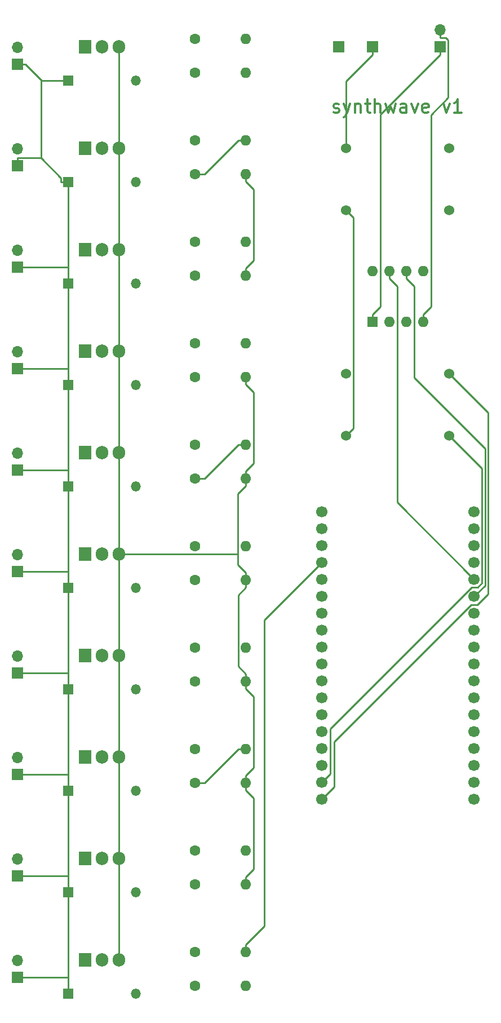
<source format=gbr>
%TF.GenerationSoftware,KiCad,Pcbnew,7.0.8*%
%TF.CreationDate,2023-11-12T19:05:12-08:00*%
%TF.ProjectId,Synthwave v2,53796e74-6877-4617-9665-2076322e6b69,rev?*%
%TF.SameCoordinates,Original*%
%TF.FileFunction,Copper,L1,Top*%
%TF.FilePolarity,Positive*%
%FSLAX46Y46*%
G04 Gerber Fmt 4.6, Leading zero omitted, Abs format (unit mm)*
G04 Created by KiCad (PCBNEW 7.0.8) date 2023-11-12 19:05:12*
%MOMM*%
%LPD*%
G01*
G04 APERTURE LIST*
%ADD10C,0.300000*%
%TA.AperFunction,NonConductor*%
%ADD11C,0.300000*%
%TD*%
%TA.AperFunction,ComponentPad*%
%ADD12R,1.500000X1.500000*%
%TD*%
%TA.AperFunction,ComponentPad*%
%ADD13O,1.500000X1.500000*%
%TD*%
%TA.AperFunction,ComponentPad*%
%ADD14R,1.700000X1.700000*%
%TD*%
%TA.AperFunction,ComponentPad*%
%ADD15R,1.905000X2.000000*%
%TD*%
%TA.AperFunction,ComponentPad*%
%ADD16O,1.905000X2.000000*%
%TD*%
%TA.AperFunction,ComponentPad*%
%ADD17O,1.700000X1.700000*%
%TD*%
%TA.AperFunction,ComponentPad*%
%ADD18C,1.600000*%
%TD*%
%TA.AperFunction,ComponentPad*%
%ADD19O,1.600000X1.600000*%
%TD*%
%TA.AperFunction,ComponentPad*%
%ADD20C,1.524000*%
%TD*%
%TA.AperFunction,ComponentPad*%
%ADD21C,1.700000*%
%TD*%
%TA.AperFunction,ComponentPad*%
%ADD22R,1.600000X1.600000*%
%TD*%
%TA.AperFunction,Conductor*%
%ADD23C,0.250000*%
%TD*%
G04 APERTURE END LIST*
D10*
D11*
X67798319Y-30124400D02*
X67988795Y-30219638D01*
X67988795Y-30219638D02*
X68369747Y-30219638D01*
X68369747Y-30219638D02*
X68560224Y-30124400D01*
X68560224Y-30124400D02*
X68655462Y-29933923D01*
X68655462Y-29933923D02*
X68655462Y-29838685D01*
X68655462Y-29838685D02*
X68560224Y-29648209D01*
X68560224Y-29648209D02*
X68369747Y-29552971D01*
X68369747Y-29552971D02*
X68084033Y-29552971D01*
X68084033Y-29552971D02*
X67893557Y-29457733D01*
X67893557Y-29457733D02*
X67798319Y-29267257D01*
X67798319Y-29267257D02*
X67798319Y-29172019D01*
X67798319Y-29172019D02*
X67893557Y-28981542D01*
X67893557Y-28981542D02*
X68084033Y-28886304D01*
X68084033Y-28886304D02*
X68369747Y-28886304D01*
X68369747Y-28886304D02*
X68560224Y-28981542D01*
X69322129Y-28886304D02*
X69798319Y-30219638D01*
X70274510Y-28886304D02*
X69798319Y-30219638D01*
X69798319Y-30219638D02*
X69607843Y-30695828D01*
X69607843Y-30695828D02*
X69512605Y-30791066D01*
X69512605Y-30791066D02*
X69322129Y-30886304D01*
X71036415Y-28886304D02*
X71036415Y-30219638D01*
X71036415Y-29076780D02*
X71131653Y-28981542D01*
X71131653Y-28981542D02*
X71322129Y-28886304D01*
X71322129Y-28886304D02*
X71607844Y-28886304D01*
X71607844Y-28886304D02*
X71798320Y-28981542D01*
X71798320Y-28981542D02*
X71893558Y-29172019D01*
X71893558Y-29172019D02*
X71893558Y-30219638D01*
X72560225Y-28886304D02*
X73322129Y-28886304D01*
X72845939Y-28219638D02*
X72845939Y-29933923D01*
X72845939Y-29933923D02*
X72941177Y-30124400D01*
X72941177Y-30124400D02*
X73131653Y-30219638D01*
X73131653Y-30219638D02*
X73322129Y-30219638D01*
X73988796Y-30219638D02*
X73988796Y-28219638D01*
X74845939Y-30219638D02*
X74845939Y-29172019D01*
X74845939Y-29172019D02*
X74750701Y-28981542D01*
X74750701Y-28981542D02*
X74560225Y-28886304D01*
X74560225Y-28886304D02*
X74274510Y-28886304D01*
X74274510Y-28886304D02*
X74084034Y-28981542D01*
X74084034Y-28981542D02*
X73988796Y-29076780D01*
X75607844Y-28886304D02*
X75988796Y-30219638D01*
X75988796Y-30219638D02*
X76369749Y-29267257D01*
X76369749Y-29267257D02*
X76750701Y-30219638D01*
X76750701Y-30219638D02*
X77131653Y-28886304D01*
X78750701Y-30219638D02*
X78750701Y-29172019D01*
X78750701Y-29172019D02*
X78655463Y-28981542D01*
X78655463Y-28981542D02*
X78464987Y-28886304D01*
X78464987Y-28886304D02*
X78084034Y-28886304D01*
X78084034Y-28886304D02*
X77893558Y-28981542D01*
X78750701Y-30124400D02*
X78560225Y-30219638D01*
X78560225Y-30219638D02*
X78084034Y-30219638D01*
X78084034Y-30219638D02*
X77893558Y-30124400D01*
X77893558Y-30124400D02*
X77798320Y-29933923D01*
X77798320Y-29933923D02*
X77798320Y-29743447D01*
X77798320Y-29743447D02*
X77893558Y-29552971D01*
X77893558Y-29552971D02*
X78084034Y-29457733D01*
X78084034Y-29457733D02*
X78560225Y-29457733D01*
X78560225Y-29457733D02*
X78750701Y-29362495D01*
X79512606Y-28886304D02*
X79988796Y-30219638D01*
X79988796Y-30219638D02*
X80464987Y-28886304D01*
X81988797Y-30124400D02*
X81798321Y-30219638D01*
X81798321Y-30219638D02*
X81417368Y-30219638D01*
X81417368Y-30219638D02*
X81226892Y-30124400D01*
X81226892Y-30124400D02*
X81131654Y-29933923D01*
X81131654Y-29933923D02*
X81131654Y-29172019D01*
X81131654Y-29172019D02*
X81226892Y-28981542D01*
X81226892Y-28981542D02*
X81417368Y-28886304D01*
X81417368Y-28886304D02*
X81798321Y-28886304D01*
X81798321Y-28886304D02*
X81988797Y-28981542D01*
X81988797Y-28981542D02*
X82084035Y-29172019D01*
X82084035Y-29172019D02*
X82084035Y-29362495D01*
X82084035Y-29362495D02*
X81131654Y-29552971D01*
X84274512Y-28886304D02*
X84750702Y-30219638D01*
X84750702Y-30219638D02*
X85226893Y-28886304D01*
X87036417Y-30219638D02*
X85893560Y-30219638D01*
X86464988Y-30219638D02*
X86464988Y-28219638D01*
X86464988Y-28219638D02*
X86274512Y-28505352D01*
X86274512Y-28505352D02*
X86084036Y-28695828D01*
X86084036Y-28695828D02*
X85893560Y-28791066D01*
D12*
%TO.P,D1,1,K*%
%TO.N,+15V*%
X27940000Y-25400000D03*
D13*
%TO.P,D1,2,A*%
%TO.N,Net-(D1-A)*%
X38100000Y-25400000D03*
%TD*%
D14*
%TO.P,GND,1,Pin_1*%
%TO.N,GND*%
X73660000Y-20320000D03*
%TD*%
D15*
%TO.P,Q1,1,B*%
%TO.N,Net-(Q1-B)*%
X30480000Y-20320000D03*
D16*
%TO.P,Q1,2,C*%
%TO.N,Net-(D1-A)*%
X33020000Y-20320000D03*
%TO.P,Q1,3,E*%
%TO.N,GND*%
X35560000Y-20320000D03*
%TD*%
D14*
%TO.P,DC_OUT2,1,Pin_1*%
%TO.N,+15V*%
X20320000Y-38175000D03*
D17*
%TO.P,DC_OUT2,2,Pin_2*%
%TO.N,Net-(D2-A)*%
X20320000Y-35635000D03*
%TD*%
D18*
%TO.P,R1,1*%
%TO.N,Net-(Q1-B)*%
X46990000Y-19145000D03*
D19*
%TO.P,R1,2*%
%TO.N,Net-(R1-Pad2)*%
X54610000Y-19145000D03*
%TD*%
D12*
%TO.P,D2,1,K*%
%TO.N,+15V*%
X27940000Y-40640000D03*
D13*
%TO.P,D2,2,A*%
%TO.N,Net-(D2-A)*%
X38100000Y-40640000D03*
%TD*%
D18*
%TO.P,R12,1*%
%TO.N,Net-(R12-Pad1)*%
X46990000Y-39465000D03*
D19*
%TO.P,R12,2*%
%TO.N,GND*%
X54610000Y-39465000D03*
%TD*%
D14*
%TO.P,DC_OUT7,1,Pin_1*%
%TO.N,+15V*%
X20320000Y-114375000D03*
D17*
%TO.P,DC_OUT7,2,Pin_2*%
%TO.N,Net-(D7-A)*%
X20320000Y-111835000D03*
%TD*%
D18*
%TO.P,R15,1*%
%TO.N,Net-(R15-Pad1)*%
X46990000Y-85185000D03*
D19*
%TO.P,R15,2*%
%TO.N,GND*%
X54610000Y-85185000D03*
%TD*%
D20*
%TO.P,P2,1,IN-*%
%TO.N,GND*%
X69680000Y-69440000D03*
%TO.P,P2,2,OUT-*%
%TO.N,Net-(P2-OUT-)*%
X85180000Y-69440000D03*
%TO.P,P2,3,OUT+*%
%TO.N,Net-(P2-OUT+)*%
X85180000Y-78740000D03*
%TO.P,P2,4,IN+*%
%TO.N,+15V*%
X69680000Y-78740000D03*
%TD*%
D18*
%TO.P,R13,1*%
%TO.N,Net-(U1-25_DAC)*%
X46990000Y-54705000D03*
D19*
%TO.P,R13,2*%
%TO.N,GND*%
X54610000Y-54705000D03*
%TD*%
D12*
%TO.P,D4,1,K*%
%TO.N,+15V*%
X27940000Y-71120000D03*
D13*
%TO.P,D4,2,A*%
%TO.N,Net-(D4-A)*%
X38100000Y-71120000D03*
%TD*%
D18*
%TO.P,R7,1*%
%TO.N,Net-(Q7-B)*%
X46990000Y-110585000D03*
D19*
%TO.P,R7,2*%
%TO.N,Net-(R17-Pad1)*%
X54610000Y-110585000D03*
%TD*%
D18*
%TO.P,R8,1*%
%TO.N,Net-(Q8-B)*%
X46990000Y-125825000D03*
D19*
%TO.P,R8,2*%
%TO.N,Net-(R18-Pad1)*%
X54610000Y-125825000D03*
%TD*%
D18*
%TO.P,R20,1*%
%TO.N,Net-(R10-Pad2)*%
X46990000Y-161385000D03*
D19*
%TO.P,R20,2*%
%TO.N,GND*%
X54610000Y-161385000D03*
%TD*%
D14*
%TO.P,Electrode_B1,1,Pin_1*%
%TO.N,Net-(Electrode_B1-Pin_1)*%
X83820000Y-20320000D03*
D17*
%TO.P,Electrode_B1,2,Pin_2*%
%TO.N,Net-(Electrode_B1-Pin_2)*%
X83820000Y-17780000D03*
%TD*%
D15*
%TO.P,Q2,1,B*%
%TO.N,Net-(Q2-B)*%
X30480000Y-35560000D03*
D16*
%TO.P,Q2,2,C*%
%TO.N,Net-(D2-A)*%
X33020000Y-35560000D03*
%TO.P,Q2,3,E*%
%TO.N,GND*%
X35560000Y-35560000D03*
%TD*%
D18*
%TO.P,R2,1*%
%TO.N,Net-(Q2-B)*%
X46990000Y-34385000D03*
D19*
%TO.P,R2,2*%
%TO.N,Net-(R12-Pad1)*%
X54610000Y-34385000D03*
%TD*%
D14*
%TO.P,DC_OUT5,1,Pin_1*%
%TO.N,+15V*%
X20320000Y-83895000D03*
D17*
%TO.P,DC_OUT5,2,Pin_2*%
%TO.N,Net-(D5-A)*%
X20320000Y-81355000D03*
%TD*%
D21*
%TO.P,U1,0,0*%
%TO.N,unconnected-(U1-Pad0)*%
X66040000Y-113030000D03*
%TO.P,U1,1,TX*%
%TO.N,unconnected-(U1-TX-Pad1)*%
X66040000Y-123190000D03*
%TO.P,U1,2,2*%
%TO.N,Net-(R19-Pad1)*%
X66040000Y-115570000D03*
%TO.P,U1,3,RX*%
%TO.N,unconnected-(U1-RX-Pad3)*%
X66040000Y-120650000D03*
%TO.P,U1,4,4_OLED*%
%TO.N,unconnected-(U1-4_OLED-Pad4)*%
X66040000Y-110490000D03*
%TO.P,U1,5,5*%
%TO.N,unconnected-(U1-Pad5)*%
X66040000Y-102870000D03*
%TO.P,U1,6,RST*%
%TO.N,unconnected-(U1-RST-Pad6)*%
X88900000Y-125730000D03*
%TO.P,U1,7,Vext*%
%TO.N,unconnected-(U1-Vext-Pad7)*%
X88900000Y-128270000D03*
%TO.P,U1,8,GND*%
%TO.N,unconnected-(U1-GND-Pad8)*%
X88900000Y-133350000D03*
%TO.P,U1,9,3.3*%
%TO.N,unconnected-(U1-3.3-Pad9)*%
X88900000Y-130810000D03*
%TO.P,U1,10,Vext*%
%TO.N,unconnected-(U1-Vext-Pad10)*%
X66040000Y-125730000D03*
%TO.P,U1,11,3.3*%
%TO.N,unconnected-(U1-3.3-Pad11)*%
X66040000Y-128270000D03*
%TO.P,U1,12,12*%
%TO.N,Net-(R18-Pad1)*%
X88900000Y-120650000D03*
%TO.P,U1,13,13*%
%TO.N,Net-(R17-Pad1)*%
X88900000Y-123190000D03*
%TO.P,U1,14,14*%
%TO.N,Net-(R1-Pad2)*%
X88900000Y-118110000D03*
%TO.P,U1,15,15_OLED*%
%TO.N,unconnected-(U1-15_OLED-Pad15)*%
X66040000Y-118110000D03*
%TO.P,U1,16,16_OLED*%
%TO.N,unconnected-(U1-16_OLED-Pad16)*%
X66040000Y-107950000D03*
%TO.P,U1,17,17*%
%TO.N,Net-(R16-Pad1)*%
X66040000Y-105410000D03*
%TO.P,U1,18,18*%
%TO.N,unconnected-(U1-Pad18)*%
X66040000Y-100330000D03*
%TO.P,U1,19,19*%
%TO.N,unconnected-(U1-Pad19)*%
X66040000Y-95250000D03*
%TO.P,U1,20,5V*%
%TO.N,Net-(P2-OUT+)*%
X66040000Y-130810000D03*
%TO.P,U1,21,21*%
%TO.N,unconnected-(U1-Pad21)*%
X66040000Y-90170000D03*
%TO.P,U1,22,22*%
%TO.N,unconnected-(U1-Pad22)*%
X66040000Y-92710000D03*
%TO.P,U1,23,23*%
%TO.N,Net-(R10-Pad2)*%
X66040000Y-97790000D03*
%TO.P,U1,25,25_DAC*%
%TO.N,Net-(U1-25_DAC)*%
X88900000Y-110490000D03*
%TO.P,U1,26,26_DAC*%
%TO.N,unconnected-(U1-26_DAC-Pad26)*%
X88900000Y-113030000D03*
%TO.P,U1,27,27*%
%TO.N,Net-(R12-Pad1)*%
X88900000Y-115570000D03*
%TO.P,U1,28,GND*%
%TO.N,Net-(P2-OUT-)*%
X66040000Y-133350000D03*
%TO.P,U1,32,32*%
%TO.N,Net-(R15-Pad1)*%
X88900000Y-105410000D03*
%TO.P,U1,33,33*%
%TO.N,Net-(R14-Pad1)*%
X88900000Y-107950000D03*
%TO.P,U1,34,34*%
%TO.N,Net-(U2-IB)*%
X88900000Y-100330000D03*
%TO.P,U1,35,35*%
%TO.N,Net-(U2-IA)*%
X88900000Y-102870000D03*
%TO.P,U1,36,36*%
%TO.N,unconnected-(U1-Pad36)*%
X88900000Y-90170000D03*
%TO.P,U1,37,37*%
%TO.N,unconnected-(U1-Pad37)*%
X88900000Y-92710000D03*
%TO.P,U1,38,38*%
%TO.N,unconnected-(U1-Pad38)*%
X88900000Y-95250000D03*
%TO.P,U1,39,39*%
%TO.N,unconnected-(U1-Pad39)*%
X88900000Y-97790000D03*
%TD*%
D18*
%TO.P,R10,1*%
%TO.N,Net-(Q10-B)*%
X46990000Y-156305000D03*
D19*
%TO.P,R10,2*%
%TO.N,Net-(R10-Pad2)*%
X54610000Y-156305000D03*
%TD*%
D15*
%TO.P,Q4,1,B*%
%TO.N,Net-(Q4-B)*%
X30480000Y-66040000D03*
D16*
%TO.P,Q4,2,C*%
%TO.N,Net-(D4-A)*%
X33020000Y-66040000D03*
%TO.P,Q4,3,E*%
%TO.N,GND*%
X35560000Y-66040000D03*
%TD*%
D12*
%TO.P,D10,1,K*%
%TO.N,+15V*%
X27940000Y-162560000D03*
D13*
%TO.P,D10,2,A*%
%TO.N,Net-(D10-A)*%
X38100000Y-162560000D03*
%TD*%
D14*
%TO.P,DC_OUT1,1,Pin_1*%
%TO.N,+15V*%
X20320000Y-22935000D03*
D17*
%TO.P,DC_OUT1,2,Pin_2*%
%TO.N,Net-(D1-A)*%
X20320000Y-20395000D03*
%TD*%
D12*
%TO.P,D8,1,K*%
%TO.N,+15V*%
X27940000Y-132080000D03*
D13*
%TO.P,D8,2,A*%
%TO.N,Net-(D8-A)*%
X38100000Y-132080000D03*
%TD*%
D15*
%TO.P,Q3,1,B*%
%TO.N,Net-(Q3-B)*%
X30480000Y-50800000D03*
D16*
%TO.P,Q3,2,C*%
%TO.N,Net-(D3-A)*%
X33020000Y-50800000D03*
%TO.P,Q3,3,E*%
%TO.N,GND*%
X35560000Y-50800000D03*
%TD*%
D18*
%TO.P,R11,1*%
%TO.N,Net-(R1-Pad2)*%
X46990000Y-24225000D03*
D19*
%TO.P,R11,2*%
%TO.N,GND*%
X54610000Y-24225000D03*
%TD*%
D15*
%TO.P,Q10,1,B*%
%TO.N,Net-(Q10-B)*%
X30480000Y-157480000D03*
D16*
%TO.P,Q10,2,C*%
%TO.N,Net-(D10-A)*%
X33020000Y-157480000D03*
%TO.P,Q10,3,E*%
%TO.N,GND*%
X35560000Y-157480000D03*
%TD*%
D20*
%TO.P,P1,1,IN-*%
%TO.N,GND*%
X69680000Y-35560000D03*
%TO.P,P1,2,OUT-*%
%TO.N,unconnected-(P1-OUT--Pad2)*%
X85180000Y-35560000D03*
%TO.P,P1,3,OUT+*%
%TO.N,Net-(P1-OUT+)*%
X85180000Y-44860000D03*
%TO.P,P1,4,IN+*%
%TO.N,+15V*%
X69680000Y-44860000D03*
%TD*%
D14*
%TO.P,DC_OUT9,1,Pin_1*%
%TO.N,+15V*%
X20320000Y-144855000D03*
D17*
%TO.P,DC_OUT9,2,Pin_2*%
%TO.N,Net-(D9-A)*%
X20320000Y-142315000D03*
%TD*%
D15*
%TO.P,Q5,1,B*%
%TO.N,Net-(Q5-B)*%
X30480000Y-81280000D03*
D16*
%TO.P,Q5,2,C*%
%TO.N,Net-(D5-A)*%
X33020000Y-81280000D03*
%TO.P,Q5,3,E*%
%TO.N,GND*%
X35560000Y-81280000D03*
%TD*%
D12*
%TO.P,D6,1,K*%
%TO.N,+15V*%
X27940000Y-101600000D03*
D13*
%TO.P,D6,2,A*%
%TO.N,Net-(D6-A)*%
X38100000Y-101600000D03*
%TD*%
D18*
%TO.P,R14,1*%
%TO.N,Net-(R14-Pad1)*%
X46990000Y-69945000D03*
D19*
%TO.P,R14,2*%
%TO.N,GND*%
X54610000Y-69945000D03*
%TD*%
D18*
%TO.P,R17,1*%
%TO.N,Net-(R17-Pad1)*%
X46990000Y-115665000D03*
D19*
%TO.P,R17,2*%
%TO.N,GND*%
X54610000Y-115665000D03*
%TD*%
D14*
%TO.P,DC_OUT8,1,Pin_1*%
%TO.N,+15V*%
X20320000Y-129615000D03*
D17*
%TO.P,DC_OUT8,2,Pin_2*%
%TO.N,Net-(D8-A)*%
X20320000Y-127075000D03*
%TD*%
D14*
%TO.P,DC_OUT10,1,Pin_1*%
%TO.N,+15V*%
X20320000Y-160095000D03*
D17*
%TO.P,DC_OUT10,2,Pin_2*%
%TO.N,Net-(D10-A)*%
X20320000Y-157555000D03*
%TD*%
D18*
%TO.P,R16,1*%
%TO.N,Net-(R16-Pad1)*%
X46990000Y-100425000D03*
D19*
%TO.P,R16,2*%
%TO.N,GND*%
X54610000Y-100425000D03*
%TD*%
D12*
%TO.P,D7,1,K*%
%TO.N,+15V*%
X27940000Y-116840000D03*
D13*
%TO.P,D7,2,A*%
%TO.N,Net-(D7-A)*%
X38100000Y-116840000D03*
%TD*%
D18*
%TO.P,R6,1*%
%TO.N,Net-(Q6-B)*%
X46990000Y-95345000D03*
D19*
%TO.P,R6,2*%
%TO.N,Net-(R16-Pad1)*%
X54610000Y-95345000D03*
%TD*%
D15*
%TO.P,Q8,1,B*%
%TO.N,Net-(Q8-B)*%
X30480000Y-127000000D03*
D16*
%TO.P,Q8,2,C*%
%TO.N,Net-(D8-A)*%
X33020000Y-127000000D03*
%TO.P,Q8,3,E*%
%TO.N,GND*%
X35560000Y-127000000D03*
%TD*%
D14*
%TO.P,DC_OUT3,1,Pin_1*%
%TO.N,+15V*%
X20320000Y-53415000D03*
D17*
%TO.P,DC_OUT3,2,Pin_2*%
%TO.N,Net-(D3-A)*%
X20320000Y-50875000D03*
%TD*%
D18*
%TO.P,R18,1*%
%TO.N,Net-(R18-Pad1)*%
X46990000Y-130905000D03*
D19*
%TO.P,R18,2*%
%TO.N,GND*%
X54610000Y-130905000D03*
%TD*%
D18*
%TO.P,R4,1*%
%TO.N,Net-(Q4-B)*%
X46990000Y-64865000D03*
D19*
%TO.P,R4,2*%
%TO.N,Net-(R14-Pad1)*%
X54610000Y-64865000D03*
%TD*%
D14*
%TO.P,+15V,1,Pin_1*%
%TO.N,+15V*%
X68580000Y-20320000D03*
%TD*%
D12*
%TO.P,D5,1,K*%
%TO.N,+15V*%
X27940000Y-86360000D03*
D13*
%TO.P,D5,2,A*%
%TO.N,Net-(D5-A)*%
X38100000Y-86360000D03*
%TD*%
D15*
%TO.P,Q7,1,B*%
%TO.N,Net-(Q7-B)*%
X30480000Y-111760000D03*
D16*
%TO.P,Q7,2,C*%
%TO.N,Net-(D7-A)*%
X33020000Y-111760000D03*
%TO.P,Q7,3,E*%
%TO.N,GND*%
X35560000Y-111760000D03*
%TD*%
D22*
%TO.P,U2,1,OA*%
%TO.N,Net-(Electrode_B1-Pin_1)*%
X73670000Y-61650000D03*
D19*
%TO.P,U2,2,VCC*%
%TO.N,Net-(P1-OUT+)*%
X76210000Y-61650000D03*
%TO.P,U2,3,VCC*%
X78750000Y-61650000D03*
%TO.P,U2,4,OB*%
%TO.N,Net-(Electrode_B1-Pin_2)*%
X81290000Y-61650000D03*
%TO.P,U2,5,GND*%
%TO.N,Net-(P2-OUT-)*%
X81290000Y-54030000D03*
%TO.P,U2,6,IA*%
%TO.N,Net-(U2-IA)*%
X78750000Y-54030000D03*
%TO.P,U2,7,IB*%
%TO.N,Net-(U2-IB)*%
X76210000Y-54030000D03*
%TO.P,U2,8,GND*%
%TO.N,Net-(P2-OUT-)*%
X73670000Y-54030000D03*
%TD*%
D14*
%TO.P,DC_OUT6,1,Pin_1*%
%TO.N,+15V*%
X20320000Y-99135000D03*
D17*
%TO.P,DC_OUT6,2,Pin_2*%
%TO.N,Net-(D6-A)*%
X20320000Y-96595000D03*
%TD*%
D14*
%TO.P,DC_OUT4,1,Pin_1*%
%TO.N,+15V*%
X20320000Y-68655000D03*
D17*
%TO.P,DC_OUT4,2,Pin_2*%
%TO.N,Net-(D4-A)*%
X20320000Y-66115000D03*
%TD*%
D18*
%TO.P,R3,1*%
%TO.N,Net-(Q3-B)*%
X46990000Y-49625000D03*
D19*
%TO.P,R3,2*%
%TO.N,Net-(U1-25_DAC)*%
X54610000Y-49625000D03*
%TD*%
D18*
%TO.P,R5,1*%
%TO.N,Net-(Q5-B)*%
X46990000Y-80105000D03*
D19*
%TO.P,R5,2*%
%TO.N,Net-(R15-Pad1)*%
X54610000Y-80105000D03*
%TD*%
D18*
%TO.P,R9,1*%
%TO.N,Net-(Q9-B)*%
X46990000Y-141065000D03*
D19*
%TO.P,R9,2*%
%TO.N,Net-(R19-Pad1)*%
X54610000Y-141065000D03*
%TD*%
D15*
%TO.P,Q9,1,B*%
%TO.N,Net-(Q9-B)*%
X30480000Y-142240000D03*
D16*
%TO.P,Q9,2,C*%
%TO.N,Net-(D9-A)*%
X33020000Y-142240000D03*
%TO.P,Q9,3,E*%
%TO.N,GND*%
X35560000Y-142240000D03*
%TD*%
D18*
%TO.P,R19,1*%
%TO.N,Net-(R19-Pad1)*%
X46990000Y-146145000D03*
D19*
%TO.P,R19,2*%
%TO.N,GND*%
X54610000Y-146145000D03*
%TD*%
D12*
%TO.P,D3,1,K*%
%TO.N,+15V*%
X27940000Y-55880000D03*
D13*
%TO.P,D3,2,A*%
%TO.N,Net-(D3-A)*%
X38100000Y-55880000D03*
%TD*%
D15*
%TO.P,Q6,1,B*%
%TO.N,Net-(Q6-B)*%
X30480000Y-96520000D03*
D16*
%TO.P,Q6,2,C*%
%TO.N,Net-(D6-A)*%
X33020000Y-96520000D03*
%TO.P,Q6,3,E*%
%TO.N,GND*%
X35560000Y-96520000D03*
%TD*%
D12*
%TO.P,D9,1,K*%
%TO.N,+15V*%
X27940000Y-147320000D03*
D13*
%TO.P,D9,2,A*%
%TO.N,Net-(D9-A)*%
X38100000Y-147320000D03*
%TD*%
D23*
%TO.N,GND*%
X54610000Y-85185000D02*
X54610000Y-86311900D01*
X35560000Y-142240000D02*
X35560000Y-127000000D01*
X35560000Y-111760000D02*
X35560000Y-127000000D01*
X55784100Y-72246000D02*
X55784100Y-82884000D01*
X54610000Y-100988400D02*
X54610000Y-101551900D01*
X55781400Y-143846700D02*
X54610000Y-145018100D01*
X55784100Y-82884000D02*
X54610000Y-84058100D01*
X54610000Y-100425000D02*
X54610000Y-99298100D01*
X69680000Y-25476900D02*
X73660000Y-21496900D01*
X53482800Y-102679100D02*
X54610000Y-101551900D01*
X53439100Y-96520000D02*
X36839400Y-96520000D01*
X53482800Y-113410900D02*
X53482800Y-102679100D01*
X54610000Y-53578100D02*
X55736900Y-52451200D01*
X35560000Y-96520000D02*
X36839400Y-96520000D01*
X54610000Y-130905000D02*
X54610000Y-132031900D01*
X54610000Y-54141500D02*
X54610000Y-53578100D01*
X35560000Y-81280000D02*
X35560000Y-66040000D01*
X35560000Y-35560000D02*
X35560000Y-20320000D01*
X54610000Y-100988400D02*
X54610000Y-100425000D01*
X54610000Y-115101500D02*
X54610000Y-114538100D01*
X54610000Y-114538100D02*
X53482800Y-113410900D01*
X55736900Y-41718800D02*
X54610000Y-40591900D01*
X54610000Y-115101500D02*
X54610000Y-115665000D01*
X35560000Y-96520000D02*
X35560000Y-81280000D01*
X54610000Y-54141500D02*
X54610000Y-54705000D01*
X55781400Y-128606700D02*
X54610000Y-129778100D01*
X54610000Y-71071900D02*
X55784100Y-72246000D01*
X54610000Y-146145000D02*
X54610000Y-145018100D01*
X35560000Y-157480000D02*
X35560000Y-142240000D01*
X53439100Y-98127200D02*
X53439100Y-96520000D01*
X54610000Y-115665000D02*
X54610000Y-116791900D01*
X54610000Y-85185000D02*
X54610000Y-84058100D01*
X35560000Y-50800000D02*
X35560000Y-35560000D01*
X54610000Y-130905000D02*
X54610000Y-129778100D01*
X55781400Y-133203300D02*
X55781400Y-143846700D01*
X73660000Y-20320000D02*
X73660000Y-21496900D01*
X53439100Y-87482800D02*
X54610000Y-86311900D01*
X54610000Y-69945000D02*
X54610000Y-71071900D01*
X53439100Y-96520000D02*
X53439100Y-87482800D01*
X54610000Y-132031900D02*
X55781400Y-133203300D01*
X54610000Y-39465000D02*
X54610000Y-40591900D01*
X54610000Y-116791900D02*
X55781400Y-117963300D01*
X54610000Y-99298100D02*
X53439100Y-98127200D01*
X55781400Y-117963300D02*
X55781400Y-128606700D01*
X55736900Y-52451200D02*
X55736900Y-41718800D01*
X35560000Y-111760000D02*
X35560000Y-96520000D01*
X69680000Y-35560000D02*
X69680000Y-25476900D01*
X35560000Y-66040000D02*
X35560000Y-50800000D01*
%TO.N,Net-(R10-Pad2)*%
X57364900Y-152423200D02*
X54610000Y-155178100D01*
X66040000Y-97790000D02*
X57364900Y-106465100D01*
X54610000Y-156305000D02*
X54610000Y-155178100D01*
X57364900Y-106465100D02*
X57364900Y-152423200D01*
%TO.N,Net-(R18-Pad1)*%
X48403100Y-130905000D02*
X53483100Y-125825000D01*
X54610000Y-125825000D02*
X53483100Y-125825000D01*
X46990000Y-130905000D02*
X48403100Y-130905000D01*
%TO.N,Net-(R15-Pad1)*%
X48403100Y-85185000D02*
X46990000Y-85185000D01*
X54610000Y-80105000D02*
X53483100Y-80105000D01*
X53483100Y-80105000D02*
X48403100Y-85185000D01*
%TO.N,Net-(R12-Pad1)*%
X54610000Y-34385000D02*
X53483100Y-34385000D01*
X48403100Y-39465000D02*
X46990000Y-39465000D01*
X53483100Y-34385000D02*
X48403100Y-39465000D01*
%TO.N,+15V*%
X27940000Y-68655000D02*
X27940000Y-55880000D01*
X27940000Y-55880000D02*
X27940000Y-53415000D01*
X27940000Y-132080000D02*
X27940000Y-144855000D01*
X20320000Y-53415000D02*
X21496900Y-53415000D01*
X27940000Y-147320000D02*
X27940000Y-160095000D01*
X27940000Y-25400000D02*
X23961900Y-25400000D01*
X27940000Y-71120000D02*
X27940000Y-68655000D01*
X23828100Y-25533800D02*
X23961900Y-25400000D01*
X27940000Y-53415000D02*
X27940000Y-40640000D01*
X27940000Y-83895000D02*
X27940000Y-71120000D01*
X20320000Y-114375000D02*
X21496900Y-114375000D01*
X26863100Y-40033100D02*
X23828100Y-36998100D01*
X27940000Y-114375000D02*
X27940000Y-101600000D01*
X70768900Y-45948900D02*
X70768900Y-77651100D01*
X27940000Y-162560000D02*
X27940000Y-161483100D01*
X27940000Y-99135000D02*
X27940000Y-86360000D01*
X27940000Y-144855000D02*
X21496900Y-144855000D01*
X20320000Y-144855000D02*
X21496900Y-144855000D01*
X27940000Y-83895000D02*
X21496900Y-83895000D01*
X27940000Y-160095000D02*
X27940000Y-161483100D01*
X20320000Y-38175000D02*
X20320000Y-36998100D01*
X70768900Y-77651100D02*
X69680000Y-78740000D01*
X69680000Y-44860000D02*
X70768900Y-45948900D01*
X27940000Y-129615000D02*
X21496900Y-129615000D01*
X27940000Y-116840000D02*
X27940000Y-114375000D01*
X23961900Y-25400000D02*
X21496900Y-22935000D01*
X27940000Y-129615000D02*
X27940000Y-116840000D01*
X23828100Y-36998100D02*
X23828100Y-25533800D01*
X27940000Y-160095000D02*
X21496900Y-160095000D01*
X27940000Y-68655000D02*
X21496900Y-68655000D01*
X27940000Y-101600000D02*
X27940000Y-99135000D01*
X27940000Y-86360000D02*
X27940000Y-83895000D01*
X27940000Y-144855000D02*
X27940000Y-147320000D01*
X27940000Y-53415000D02*
X21496900Y-53415000D01*
X20320000Y-160095000D02*
X21496900Y-160095000D01*
X27940000Y-40640000D02*
X26863100Y-40640000D01*
X20320000Y-83895000D02*
X21496900Y-83895000D01*
X23828100Y-36998100D02*
X20320000Y-36998100D01*
X26863100Y-40640000D02*
X26863100Y-40033100D01*
X20320000Y-22935000D02*
X21496900Y-22935000D01*
X27940000Y-132080000D02*
X27940000Y-129615000D01*
X27940000Y-99135000D02*
X21496900Y-99135000D01*
X20320000Y-129615000D02*
X21496900Y-129615000D01*
X20320000Y-68655000D02*
X21496900Y-68655000D01*
X20320000Y-99135000D02*
X21496900Y-99135000D01*
X27940000Y-114375000D02*
X21496900Y-114375000D01*
%TO.N,Net-(Electrode_B1-Pin_1)*%
X83820000Y-20320000D02*
X83820000Y-21496900D01*
X73670000Y-61650000D02*
X73670000Y-60523100D01*
X74796900Y-30520000D02*
X83820000Y-21496900D01*
X73670000Y-60523100D02*
X74796900Y-59396200D01*
X74796900Y-59396200D02*
X74796900Y-30520000D01*
%TO.N,Net-(Electrode_B1-Pin_2)*%
X84996900Y-27982500D02*
X84996900Y-19301500D01*
X82416900Y-59396200D02*
X82416900Y-30562500D01*
X81290000Y-60523100D02*
X82416900Y-59396200D01*
X84996900Y-19301500D02*
X84652300Y-18956900D01*
X84652300Y-18956900D02*
X83820000Y-18956900D01*
X81290000Y-61650000D02*
X81290000Y-60523100D01*
X83820000Y-17780000D02*
X83820000Y-18956900D01*
X82416900Y-30562500D02*
X84996900Y-27982500D01*
%TO.N,Net-(P2-OUT-)*%
X89369200Y-104140000D02*
X91006100Y-102503100D01*
X91006100Y-75266100D02*
X85180000Y-69440000D01*
X66040000Y-133350000D02*
X67856500Y-131533500D01*
X91006100Y-102503100D02*
X91006100Y-75266100D01*
X67856500Y-124729700D02*
X88446200Y-104140000D01*
X88446200Y-104140000D02*
X89369200Y-104140000D01*
X67856500Y-131533500D02*
X67856500Y-124729700D01*
%TO.N,Net-(U2-IA)*%
X78750000Y-54030000D02*
X78750000Y-55156900D01*
X90539900Y-101230100D02*
X88900000Y-102870000D01*
X78750000Y-55156900D02*
X79876900Y-56283800D01*
X79876900Y-56283800D02*
X79876900Y-70000200D01*
X90539900Y-80663200D02*
X90539900Y-101230100D01*
X79876900Y-70000200D02*
X90539900Y-80663200D01*
%TO.N,Net-(U2-IB)*%
X76210000Y-54030000D02*
X76210000Y-55156900D01*
X77336900Y-88766900D02*
X88900000Y-100330000D01*
X76210000Y-55156900D02*
X77336900Y-56283800D01*
X77336900Y-56283800D02*
X77336900Y-88766900D01*
%TO.N,Net-(P2-OUT+)*%
X90087700Y-100874400D02*
X89455200Y-101506900D01*
X85180000Y-78740000D02*
X90087700Y-83647700D01*
X89455200Y-101506900D02*
X88586000Y-101506900D01*
X67277000Y-129573000D02*
X66040000Y-130810000D01*
X67277000Y-122815900D02*
X67277000Y-129573000D01*
X88586000Y-101506900D02*
X67277000Y-122815900D01*
X90087700Y-83647700D02*
X90087700Y-100874400D01*
%TD*%
M02*

</source>
